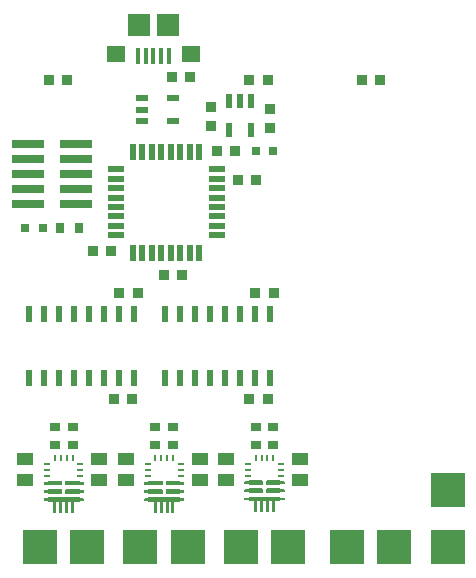
<source format=gbr>
%TF.GenerationSoftware,Altium Limited,Altium Designer,22.9.1 (49)*%
G04 Layer_Color=8421504*
%FSLAX45Y45*%
%MOMM*%
%TF.SameCoordinates,980CB771-C75C-4F2C-B837-E40D3F653A85*%
%TF.FilePolarity,Positive*%
%TF.FileFunction,Paste,Top*%
%TF.Part,Single*%
G01*
G75*
%TA.AperFunction,ConnectorPad*%
%ADD10R,1.60000X1.40000*%
%ADD11R,0.40000X1.35000*%
%TA.AperFunction,SMDPad,CuDef*%
%ADD12R,1.90000X1.90000*%
%ADD13R,3.00000X3.00000*%
%ADD14R,1.00330X0.50800*%
%ADD15R,0.86360X0.88900*%
%ADD16R,1.35890X0.50080*%
%ADD17R,0.50080X1.35890*%
%TA.AperFunction,SMDPad,SMDef*%
%ADD18R,0.60000X0.25000*%
%ADD22R,0.25000X0.60000*%
%TA.AperFunction,SMDPad,CuDef*%
%ADD23R,0.81280X0.76200*%
%ADD24R,1.34620X1.06680*%
%ADD25R,2.79000X0.74000*%
%ADD26R,0.80000X0.80000*%
%ADD27R,0.76200X0.81280*%
%ADD28R,0.53340X1.46170*%
%ADD29R,0.88900X0.86360*%
%ADD30R,0.60000X1.25000*%
%ADD31R,3.00000X3.00000*%
G36*
X3785000Y1504873D02*
X3815000Y1504873D01*
X3820000Y1499873D01*
X3820000Y1484873D01*
X3815000Y1479873D01*
X3785000Y1479873D01*
X3785000Y1472373D01*
X3667500Y1472373D01*
X3662500Y1477373D01*
X3662500Y1507373D01*
X3667500Y1512373D01*
X3785000Y1512373D01*
X3785000Y1504873D01*
X3785000Y1504873D02*
G37*
G36*
X3637500Y1507370D02*
X3637500Y1477370D01*
X3632500Y1472370D01*
X3515000Y1472370D01*
X3515000Y1479870D01*
X3485000Y1479870D01*
X3480000Y1484870D01*
X3480000Y1499870D01*
X3485000Y1504870D01*
X3515000Y1504870D01*
X3515000Y1512370D01*
X3632500Y1512370D01*
X3637500Y1507370D01*
X3637500Y1507370D02*
G37*
G36*
X2935000Y1499873D02*
X2965000Y1499873D01*
X2970000Y1494873D01*
X2970000Y1479873D01*
X2965000Y1474873D01*
X2935000Y1474873D01*
X2935000Y1467373D01*
X2817500Y1467373D01*
X2812500Y1472373D01*
X2812500Y1502373D01*
X2817500Y1507373D01*
X2935000Y1507373D01*
X2935000Y1499873D01*
X2935000Y1499873D02*
G37*
G36*
X2085000Y1499873D02*
X2115000Y1499873D01*
X2120000Y1494873D01*
X2120000Y1479873D01*
X2115000Y1474873D01*
X2085000Y1474873D01*
X2085000Y1467373D01*
X1967500Y1467373D01*
X1962500Y1472373D01*
X1962500Y1502373D01*
X1967500Y1507373D01*
X2085000Y1507373D01*
X2085000Y1499873D01*
X2085000Y1499873D02*
G37*
G36*
X2787500Y1502370D02*
X2787500Y1472370D01*
X2782500Y1467370D01*
X2665000Y1467370D01*
X2665000Y1474870D01*
X2635000Y1474870D01*
X2630000Y1479870D01*
X2630000Y1494870D01*
X2635000Y1499870D01*
X2665000Y1499870D01*
X2665000Y1507370D01*
X2782500Y1507370D01*
X2787500Y1502370D01*
X2787500Y1502370D02*
G37*
G36*
X1937500Y1502370D02*
X1937500Y1472370D01*
X1932500Y1467370D01*
X1815000Y1467370D01*
X1815000Y1474870D01*
X1785000Y1474870D01*
X1780000Y1479870D01*
X1780000Y1494870D01*
X1785000Y1499870D01*
X1815000Y1499870D01*
X1815000Y1507370D01*
X1932500Y1507370D01*
X1937500Y1502370D01*
X1937500Y1502370D02*
G37*
G36*
X3785000Y1434872D02*
X3815000Y1434872D01*
X3820000Y1429872D01*
X3820000Y1414872D01*
X3815000Y1409872D01*
X3785000Y1409872D01*
X3785000Y1402372D01*
X3667500Y1402372D01*
X3662500Y1407372D01*
X3662500Y1437372D01*
X3667500Y1442372D01*
X3785000Y1442372D01*
X3785000Y1434872D01*
X3785000Y1434872D02*
G37*
G36*
X3637503Y1437368D02*
X3637502Y1407369D01*
X3632503Y1402369D01*
X3515002Y1402369D01*
X3515002Y1409869D01*
X3485002Y1409869D01*
X3480002Y1414869D01*
X3480002Y1429869D01*
X3485002Y1434868D01*
X3515002Y1434869D01*
X3515002Y1442368D01*
X3632502Y1442368D01*
X3637503Y1437368D01*
X3637503Y1437368D02*
G37*
G36*
X2935000Y1429872D02*
X2965000Y1429872D01*
X2970000Y1424872D01*
X2970000Y1409872D01*
X2965000Y1404872D01*
X2935000Y1404872D01*
X2935000Y1397372D01*
X2817500Y1397372D01*
X2812500Y1402372D01*
X2812500Y1432372D01*
X2817500Y1437372D01*
X2935000Y1437372D01*
X2935000Y1429872D01*
X2935000Y1429872D02*
G37*
G36*
X2085000Y1429872D02*
X2115000Y1429872D01*
X2120000Y1424872D01*
X2120000Y1409872D01*
X2115000Y1404872D01*
X2085000Y1404872D01*
X2085000Y1397372D01*
X1967500Y1397372D01*
X1962500Y1402372D01*
X1962500Y1432372D01*
X1967500Y1437372D01*
X2085000Y1437372D01*
X2085000Y1429872D01*
X2085000Y1429872D02*
G37*
G36*
X2787502Y1432368D02*
X2787502Y1402369D01*
X2782502Y1397369D01*
X2665002Y1397369D01*
X2665002Y1404869D01*
X2635002Y1404869D01*
X2630002Y1409869D01*
X2630002Y1424869D01*
X2635002Y1429868D01*
X2665002Y1429869D01*
X2665002Y1437368D01*
X2782502Y1437368D01*
X2787502Y1432368D01*
X2787502Y1432368D02*
G37*
G36*
X1937502Y1432368D02*
X1937502Y1402369D01*
X1932502Y1397369D01*
X1815002Y1397369D01*
X1815002Y1404869D01*
X1785002Y1404869D01*
X1780002Y1409869D01*
X1780002Y1424869D01*
X1785002Y1429868D01*
X1815002Y1429869D01*
X1815002Y1437368D01*
X1932502Y1437368D01*
X1937502Y1432368D01*
X1937502Y1432368D02*
G37*
G36*
X3785000Y1364870D02*
X3815000Y1364870D01*
X3820000Y1359870D01*
X3820000Y1344870D01*
X3815000Y1339870D01*
X3785000Y1339870D01*
X3785000Y1332370D01*
X3737500Y1332370D01*
X3737500Y1247370D01*
X3732500Y1242370D01*
X3717500Y1242370D01*
X3712500Y1247370D01*
X3712500Y1332370D01*
X3687500Y1332370D01*
X3687500Y1247370D01*
X3682500Y1242370D01*
X3667500Y1242370D01*
X3662500Y1247370D01*
X3662500Y1332370D01*
X3637500Y1332370D01*
X3637500Y1247370D01*
X3632500Y1242370D01*
X3617500Y1242370D01*
X3612500Y1247370D01*
X3612500Y1332370D01*
X3587500Y1332370D01*
X3587500Y1247370D01*
X3582500Y1242370D01*
X3567500Y1242370D01*
X3562500Y1247370D01*
X3562500Y1332370D01*
X3515000Y1332370D01*
X3515000Y1339870D01*
X3485000Y1339870D01*
X3480000Y1344870D01*
X3480000Y1359870D01*
X3485000Y1364870D01*
X3515000Y1364870D01*
X3515000Y1372370D01*
X3785000Y1372370D01*
X3785000Y1364870D01*
X3785000Y1364870D02*
G37*
G36*
X2935000Y1359870D02*
X2965000Y1359870D01*
X2970000Y1354870D01*
X2970000Y1339870D01*
X2965000Y1334870D01*
X2935000Y1334870D01*
X2935000Y1327370D01*
X2887500Y1327370D01*
X2887500Y1242370D01*
X2882500Y1237370D01*
X2867500Y1237370D01*
X2862500Y1242370D01*
X2862500Y1327370D01*
X2837500Y1327370D01*
X2837500Y1242370D01*
X2832500Y1237370D01*
X2817500Y1237370D01*
X2812500Y1242370D01*
X2812500Y1327370D01*
X2787500Y1327370D01*
X2787500Y1242370D01*
X2782500Y1237370D01*
X2767500Y1237370D01*
X2762500Y1242370D01*
X2762500Y1327370D01*
X2737500Y1327370D01*
X2737500Y1242370D01*
X2732500Y1237370D01*
X2717500Y1237370D01*
X2712500Y1242370D01*
X2712500Y1327370D01*
X2665000Y1327370D01*
X2665000Y1334870D01*
X2635000Y1334870D01*
X2630000Y1339870D01*
X2630000Y1354870D01*
X2635000Y1359870D01*
X2665000Y1359870D01*
X2665000Y1367370D01*
X2935000Y1367370D01*
X2935000Y1359870D01*
X2935000Y1359870D02*
G37*
G36*
X2085000Y1359870D02*
X2115000Y1359870D01*
X2120000Y1354870D01*
X2120000Y1339870D01*
X2115000Y1334870D01*
X2085000Y1334870D01*
X2085000Y1327370D01*
X2037500Y1327370D01*
X2037500Y1242370D01*
X2032500Y1237370D01*
X2017500Y1237370D01*
X2012500Y1242370D01*
X2012500Y1327370D01*
X1987500Y1327370D01*
X1987500Y1242370D01*
X1982500Y1237370D01*
X1967500Y1237370D01*
X1962500Y1242370D01*
X1962500Y1327370D01*
X1937500Y1327370D01*
X1937500Y1242370D01*
X1932500Y1237370D01*
X1917500Y1237370D01*
X1912500Y1242370D01*
X1912500Y1327370D01*
X1887500Y1327370D01*
X1887500Y1242370D01*
X1882500Y1237370D01*
X1867500Y1237370D01*
X1862500Y1242370D01*
X1862500Y1327370D01*
X1815000Y1327370D01*
X1815000Y1334870D01*
X1785000Y1334870D01*
X1780000Y1339870D01*
X1780000Y1354870D01*
X1785000Y1359870D01*
X1815000Y1359870D01*
X1815000Y1367370D01*
X2085000Y1367370D01*
X2085000Y1359870D01*
X2085000Y1359870D02*
G37*
D10*
X3029370Y5122360D02*
D03*
X2389370Y5122360D02*
D03*
D11*
X2839370Y5099860D02*
D03*
X2774370Y5099860D02*
D03*
X2709370Y5099860D02*
D03*
X2644370Y5099860D02*
D03*
X2579370Y5099860D02*
D03*
D12*
X2589370Y5367360D02*
D03*
X2829370Y5367360D02*
D03*
D13*
X4750000Y950000D02*
D03*
X4350000Y950000D02*
D03*
X3450000Y950000D02*
D03*
X3850000Y950000D02*
D03*
X5200000Y1425000D02*
D03*
X5200000Y950000D02*
D03*
X2150000Y950000D02*
D03*
X3000000Y950000D02*
D03*
D14*
X2879625Y4744860D02*
D03*
X2879625Y4554860D02*
D03*
X2609115Y4554860D02*
D03*
X2609115Y4649860D02*
D03*
X2609115Y4744860D02*
D03*
D15*
X3402470Y4300000D02*
D03*
X3247530Y4300000D02*
D03*
X3522530Y2200000D02*
D03*
X3677470Y2200000D02*
D03*
X3727470Y3100000D02*
D03*
X3572530Y3100000D02*
D03*
X2866900Y4924860D02*
D03*
X3021840Y4924860D02*
D03*
X2954940Y3250000D02*
D03*
X2800000Y3250000D02*
D03*
X2422530Y3100000D02*
D03*
X2577470Y3100000D02*
D03*
X3577470Y4050000D02*
D03*
X3422530Y4050000D02*
D03*
X2527470Y2200000D02*
D03*
X2372530Y2200000D02*
D03*
X4627470Y4900000D02*
D03*
X4472530Y4900000D02*
D03*
X3677470Y4900000D02*
D03*
X3522530Y4900000D02*
D03*
X1977470Y4900000D02*
D03*
X1822530Y4900000D02*
D03*
X2352470Y3450000D02*
D03*
X2197530Y3450000D02*
D03*
D16*
X2389660Y3664860D02*
D03*
X2389660Y3744860D02*
D03*
X2389660Y3824860D02*
D03*
X2389660Y3904860D02*
D03*
X2389660Y3984860D02*
D03*
X2389660Y4064860D02*
D03*
X2389660Y4144860D02*
D03*
X3244370Y4064860D02*
D03*
X3244370Y3904860D02*
D03*
X3244370Y3824860D02*
D03*
X3244370Y3744860D02*
D03*
X3244370Y3664860D02*
D03*
X3244370Y3584860D02*
D03*
X2389660Y3584860D02*
D03*
X3244370Y4144860D02*
D03*
X3244370Y3984860D02*
D03*
D17*
X2537015Y4292215D02*
D03*
X2617015Y4292215D02*
D03*
X2697015Y4292215D02*
D03*
X2777015Y4292215D02*
D03*
X2857015Y4292215D02*
D03*
X2937015Y4292215D02*
D03*
X3017015Y4292215D02*
D03*
X3097015Y4292215D02*
D03*
X3097015Y3437505D02*
D03*
X3017015Y3437505D02*
D03*
X2937015Y3437505D02*
D03*
X2857015Y3437505D02*
D03*
X2777015Y3437505D02*
D03*
X2697015Y3437505D02*
D03*
X2617015Y3437505D02*
D03*
X2537015Y3437505D02*
D03*
D18*
X1810000Y1644870D02*
D03*
X1810000Y1594870D02*
D03*
X1810000Y1544870D02*
D03*
X2090000Y1544870D02*
D03*
X2090000Y1594870D02*
D03*
X2090000Y1644870D02*
D03*
X2660000Y1644870D02*
D03*
X2660000Y1594870D02*
D03*
X2660000Y1544870D02*
D03*
X2940000Y1544870D02*
D03*
X2940000Y1594870D02*
D03*
X2940000Y1644870D02*
D03*
X3510000Y1649870D02*
D03*
X3510000Y1599870D02*
D03*
X3510000Y1549870D02*
D03*
X3790000Y1549870D02*
D03*
X3790000Y1599870D02*
D03*
X3790000Y1649870D02*
D03*
D22*
X2025000Y1697370D02*
D03*
X1975000Y1697370D02*
D03*
X1925000Y1697370D02*
D03*
X1875000Y1697370D02*
D03*
X2875000Y1697370D02*
D03*
X2825000Y1697370D02*
D03*
X2775000Y1697370D02*
D03*
X2725000Y1697370D02*
D03*
X3725000Y1702370D02*
D03*
X3675000Y1702370D02*
D03*
X3625000Y1702370D02*
D03*
X3575000Y1702370D02*
D03*
D23*
X2725000Y1964970D02*
D03*
X2725000Y1810030D02*
D03*
X2875000Y1964840D02*
D03*
X2875000Y1809900D02*
D03*
X3725000Y1964840D02*
D03*
X3725000Y1809900D02*
D03*
X3575000Y1964840D02*
D03*
X3575000Y1809900D02*
D03*
X2025000Y1809900D02*
D03*
X2025000Y1964840D02*
D03*
X1875000Y1809900D02*
D03*
X1875000Y1964840D02*
D03*
D24*
X2475000Y1687630D02*
D03*
X2475000Y1512370D02*
D03*
X3100000Y1512370D02*
D03*
X3100000Y1687630D02*
D03*
X3325000Y1687630D02*
D03*
X3325000Y1512370D02*
D03*
X3950000Y1687630D02*
D03*
X3950000Y1512370D02*
D03*
X2250000Y1512370D02*
D03*
X2250000Y1687630D02*
D03*
X1625000Y1512370D02*
D03*
X1625000Y1687630D02*
D03*
D25*
X2053500Y4100000D02*
D03*
X1646500Y3973000D02*
D03*
X2053500Y3973000D02*
D03*
X2053500Y3846000D02*
D03*
X1646500Y4354000D02*
D03*
X2053500Y4354000D02*
D03*
X2053500Y4227000D02*
D03*
X1646500Y4227000D02*
D03*
X1646500Y3846000D02*
D03*
X1646500Y4100000D02*
D03*
D26*
X1625000Y3650000D02*
D03*
X1775000Y3650000D02*
D03*
X3575000Y4300000D02*
D03*
X3725000Y4300000D02*
D03*
D27*
X2077470Y3650000D02*
D03*
X1922530Y3650000D02*
D03*
D28*
X3694500Y2377525D02*
D03*
X3567500Y2377525D02*
D03*
X3440500Y2377525D02*
D03*
X3313500Y2377525D02*
D03*
X3186500Y2377525D02*
D03*
X3059500Y2377525D02*
D03*
X2932500Y2377525D02*
D03*
X2805500Y2377525D02*
D03*
X2932500Y2922475D02*
D03*
X3059500Y2922475D02*
D03*
X3186500Y2922475D02*
D03*
X3313500Y2922475D02*
D03*
X3440500Y2922475D02*
D03*
X3694500Y2922475D02*
D03*
X3567500Y2922475D02*
D03*
X2805500Y2922475D02*
D03*
X2544500Y2377525D02*
D03*
X2417500Y2377525D02*
D03*
X2290500Y2377525D02*
D03*
X2163500Y2377525D02*
D03*
X2036500Y2377525D02*
D03*
X1909500Y2377525D02*
D03*
X1782500Y2377525D02*
D03*
X1655500Y2377525D02*
D03*
X1782500Y2922475D02*
D03*
X1909500Y2922475D02*
D03*
X2036500Y2922475D02*
D03*
X2163500Y2922475D02*
D03*
X2290500Y2922475D02*
D03*
X2544500Y2922475D02*
D03*
X1655500Y2922475D02*
D03*
X2417500Y2922475D02*
D03*
D29*
X3200000Y4667470D02*
D03*
X3200000Y4512530D02*
D03*
X3700000Y4497530D02*
D03*
X3700000Y4652470D02*
D03*
D30*
X3540000Y4722621D02*
D03*
X3445000Y4722621D02*
D03*
X3350000Y4722621D02*
D03*
X3350000Y4472621D02*
D03*
X3540000Y4472621D02*
D03*
D31*
X1750000Y950000D02*
D03*
X2600000Y950000D02*
D03*
%TF.MD5,75885d0786d630e058699c5fa976ce55*%
M02*

</source>
